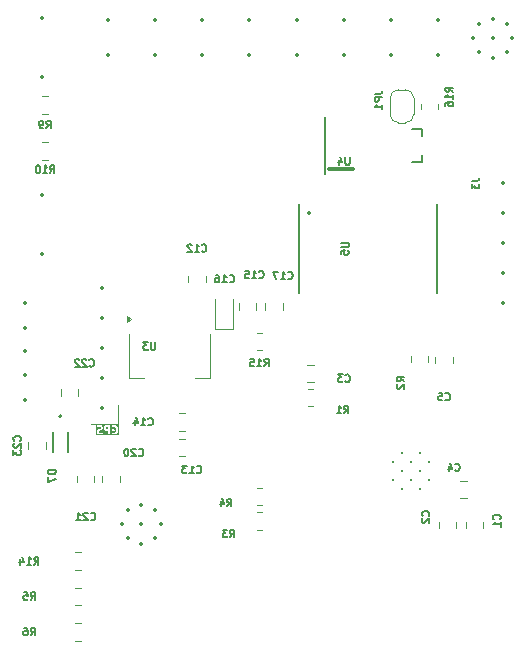
<source format=gbo>
%TF.GenerationSoftware,KiCad,Pcbnew,8.0.4*%
%TF.CreationDate,2024-09-21T14:55:01-03:00*%
%TF.ProjectId,DongleALIVEv2.0,446f6e67-6c65-4414-9c49-564576322e30,2.0*%
%TF.SameCoordinates,Original*%
%TF.FileFunction,Legend,Bot*%
%TF.FilePolarity,Positive*%
%FSLAX46Y46*%
G04 Gerber Fmt 4.6, Leading zero omitted, Abs format (unit mm)*
G04 Created by KiCad (PCBNEW 8.0.4) date 2024-09-21 14:55:01*
%MOMM*%
%LPD*%
G01*
G04 APERTURE LIST*
%ADD10C,0.150000*%
%ADD11C,0.100000*%
%ADD12C,0.120000*%
%ADD13C,0.127000*%
%ADD14C,0.200000*%
%ADD15C,0.203200*%
%ADD16C,0.304800*%
%ADD17C,0.350000*%
%ADD18C,0.300000*%
G04 APERTURE END LIST*
D10*
G36*
X165227381Y-106114114D02*
G01*
X165076276Y-106114114D01*
X165042046Y-106096999D01*
X165028781Y-106083734D01*
X165011666Y-106049504D01*
X165011666Y-105993485D01*
X165028780Y-105959255D01*
X165042045Y-105945991D01*
X165076276Y-105928876D01*
X165227381Y-105928876D01*
X165227381Y-106114114D01*
G37*
G36*
X166122857Y-106643876D02*
G01*
X164177142Y-106643876D01*
X164177142Y-106311019D01*
X164252142Y-106311019D01*
X164252142Y-106371971D01*
X164253583Y-106386603D01*
X164254613Y-106389091D01*
X164254805Y-106391781D01*
X164260060Y-106405513D01*
X164290537Y-106466465D01*
X164294500Y-106472761D01*
X164295258Y-106474590D01*
X164296948Y-106476649D01*
X164298370Y-106478908D01*
X164299867Y-106480206D01*
X164304585Y-106485955D01*
X164335061Y-106516432D01*
X164340812Y-106521152D01*
X164342111Y-106522650D01*
X164344366Y-106524069D01*
X164346426Y-106525760D01*
X164348256Y-106526518D01*
X164354554Y-106530482D01*
X164415506Y-106560958D01*
X164429237Y-106566213D01*
X164431926Y-106566404D01*
X164434415Y-106567435D01*
X164449047Y-106568876D01*
X164601428Y-106568876D01*
X164608833Y-106568146D01*
X164610808Y-106568287D01*
X164613405Y-106567696D01*
X164616060Y-106567435D01*
X164617891Y-106566676D01*
X164625145Y-106565027D01*
X164716574Y-106534551D01*
X164730000Y-106528557D01*
X164752107Y-106509383D01*
X164765194Y-106483210D01*
X164767269Y-106454020D01*
X164758015Y-106426258D01*
X164738841Y-106404150D01*
X164712667Y-106391063D01*
X164683477Y-106388989D01*
X164669141Y-106392249D01*
X164589258Y-106418876D01*
X164466752Y-106418876D01*
X164432522Y-106401761D01*
X164419258Y-106388497D01*
X164402142Y-106354264D01*
X164402142Y-106328724D01*
X164419257Y-106294493D01*
X164432522Y-106281229D01*
X164475222Y-106259878D01*
X164589142Y-106231399D01*
X164590221Y-106231013D01*
X164590762Y-106230975D01*
X164596857Y-106228642D01*
X164602988Y-106226452D01*
X164603422Y-106226130D01*
X164604494Y-106225720D01*
X164665446Y-106195243D01*
X164671742Y-106191279D01*
X164673571Y-106190522D01*
X164675630Y-106188831D01*
X164677889Y-106187410D01*
X164679187Y-106185912D01*
X164684936Y-106181195D01*
X164715413Y-106150719D01*
X164720133Y-106144967D01*
X164721631Y-106143669D01*
X164723050Y-106141413D01*
X164724741Y-106139354D01*
X164725499Y-106137523D01*
X164729463Y-106131226D01*
X164759939Y-106070274D01*
X164765194Y-106056543D01*
X164765385Y-106053853D01*
X164766416Y-106051365D01*
X164767857Y-106036733D01*
X164767857Y-105975780D01*
X164861666Y-105975780D01*
X164861666Y-106067209D01*
X164863107Y-106081841D01*
X164864138Y-106084330D01*
X164864329Y-106087018D01*
X164869584Y-106100750D01*
X164900060Y-106161702D01*
X164904024Y-106167999D01*
X164904782Y-106169829D01*
X164906472Y-106171888D01*
X164907892Y-106174144D01*
X164909388Y-106175441D01*
X164914109Y-106181194D01*
X164944586Y-106211671D01*
X164950335Y-106216389D01*
X164951635Y-106217888D01*
X164953894Y-106219309D01*
X164955951Y-106220998D01*
X164957778Y-106221755D01*
X164964078Y-106225720D01*
X165025030Y-106256196D01*
X165038761Y-106261451D01*
X165041450Y-106261642D01*
X165043939Y-106262673D01*
X165058571Y-106264114D01*
X165227381Y-106264114D01*
X165227381Y-106493876D01*
X165228822Y-106508508D01*
X165240021Y-106535544D01*
X165260713Y-106556236D01*
X165287749Y-106567435D01*
X165317013Y-106567435D01*
X165344049Y-106556236D01*
X165364741Y-106535544D01*
X165375940Y-106508508D01*
X165377381Y-106493876D01*
X165377381Y-106219590D01*
X165501666Y-106219590D01*
X165501666Y-106432923D01*
X165503107Y-106447555D01*
X165508965Y-106461696D01*
X165514305Y-106474590D01*
X165523632Y-106485955D01*
X165554108Y-106516432D01*
X165565473Y-106525760D01*
X165567964Y-106526792D01*
X165570000Y-106528557D01*
X165583425Y-106534551D01*
X165674855Y-106565027D01*
X165682106Y-106566676D01*
X165683939Y-106567435D01*
X165686594Y-106567696D01*
X165689191Y-106568287D01*
X165691165Y-106568146D01*
X165698571Y-106568876D01*
X165759523Y-106568876D01*
X165766928Y-106568146D01*
X165768903Y-106568287D01*
X165771500Y-106567696D01*
X165774155Y-106567435D01*
X165775986Y-106566676D01*
X165783240Y-106565027D01*
X165874669Y-106534551D01*
X165888095Y-106528557D01*
X165890131Y-106526790D01*
X165892620Y-106525760D01*
X165903985Y-106516433D01*
X165964938Y-106455479D01*
X165969655Y-106449730D01*
X165971153Y-106448432D01*
X165972574Y-106446173D01*
X165974265Y-106444114D01*
X165975022Y-106442285D01*
X165978986Y-106435989D01*
X166009463Y-106375037D01*
X166009873Y-106373965D01*
X166010195Y-106373531D01*
X166012385Y-106367400D01*
X166014718Y-106361305D01*
X166014756Y-106360764D01*
X166015142Y-106359685D01*
X166045618Y-106237780D01*
X166045993Y-106235242D01*
X166046416Y-106234222D01*
X166046957Y-106228719D01*
X166047769Y-106223235D01*
X166047605Y-106222139D01*
X166047857Y-106219590D01*
X166047857Y-106128161D01*
X166047605Y-106125611D01*
X166047769Y-106124516D01*
X166046957Y-106119031D01*
X166046416Y-106113529D01*
X166045993Y-106112508D01*
X166045618Y-106109971D01*
X166015142Y-105988067D01*
X166014756Y-105986987D01*
X166014718Y-105986447D01*
X166012387Y-105980357D01*
X166010195Y-105974221D01*
X166009872Y-105973785D01*
X166009463Y-105972716D01*
X165978986Y-105911763D01*
X165975022Y-105905466D01*
X165974264Y-105903636D01*
X165972572Y-105901574D01*
X165971153Y-105899320D01*
X165969657Y-105898023D01*
X165964937Y-105892271D01*
X165903985Y-105831319D01*
X165892620Y-105821992D01*
X165890131Y-105820961D01*
X165888095Y-105819195D01*
X165874669Y-105813201D01*
X165783240Y-105782725D01*
X165775986Y-105781075D01*
X165774155Y-105780317D01*
X165771500Y-105780055D01*
X165768903Y-105779465D01*
X165766928Y-105779605D01*
X165759523Y-105778876D01*
X165668095Y-105778876D01*
X165653463Y-105780317D01*
X165650973Y-105781348D01*
X165648286Y-105781539D01*
X165634554Y-105786794D01*
X165573601Y-105817270D01*
X165561159Y-105825102D01*
X165541985Y-105847210D01*
X165532731Y-105874971D01*
X165534805Y-105904161D01*
X165547892Y-105930335D01*
X165570000Y-105949509D01*
X165597761Y-105958763D01*
X165626951Y-105956689D01*
X165640683Y-105951434D01*
X165685799Y-105928876D01*
X165747353Y-105928876D01*
X165810437Y-105949903D01*
X165850265Y-105989731D01*
X165871617Y-106032435D01*
X165897857Y-106137395D01*
X165897857Y-106210356D01*
X165871617Y-106315316D01*
X165850264Y-106358020D01*
X165810437Y-106397848D01*
X165747353Y-106418876D01*
X165710741Y-106418876D01*
X165651666Y-106399184D01*
X165651666Y-106294590D01*
X165698571Y-106294590D01*
X165713203Y-106293149D01*
X165740239Y-106281950D01*
X165760931Y-106261258D01*
X165772130Y-106234222D01*
X165772130Y-106204958D01*
X165760931Y-106177922D01*
X165740239Y-106157230D01*
X165713203Y-106146031D01*
X165698571Y-106144590D01*
X165576666Y-106144590D01*
X165562034Y-106146031D01*
X165534998Y-106157230D01*
X165514306Y-106177922D01*
X165503107Y-106204958D01*
X165501666Y-106219590D01*
X165377381Y-106219590D01*
X165377381Y-105853876D01*
X165375940Y-105839244D01*
X165364741Y-105812208D01*
X165344049Y-105791516D01*
X165317013Y-105780317D01*
X165302381Y-105778876D01*
X165058571Y-105778876D01*
X165043939Y-105780317D01*
X165041450Y-105781347D01*
X165038761Y-105781539D01*
X165025030Y-105786794D01*
X164964078Y-105817270D01*
X164957781Y-105821233D01*
X164955952Y-105821991D01*
X164953893Y-105823680D01*
X164951635Y-105825102D01*
X164950335Y-105826600D01*
X164944587Y-105831318D01*
X164914110Y-105861794D01*
X164909386Y-105867548D01*
X164907892Y-105868845D01*
X164906474Y-105871097D01*
X164904782Y-105873159D01*
X164904023Y-105874991D01*
X164900060Y-105881287D01*
X164869584Y-105942239D01*
X164864329Y-105955971D01*
X164864138Y-105958658D01*
X164863107Y-105961148D01*
X164861666Y-105975780D01*
X164767857Y-105975780D01*
X164766416Y-105961148D01*
X164765385Y-105958659D01*
X164765194Y-105955970D01*
X164759939Y-105942239D01*
X164729463Y-105881287D01*
X164725499Y-105874989D01*
X164724741Y-105873159D01*
X164723050Y-105871099D01*
X164721631Y-105868844D01*
X164720133Y-105867545D01*
X164715413Y-105861794D01*
X164684936Y-105831318D01*
X164679183Y-105826597D01*
X164677887Y-105825102D01*
X164675632Y-105823682D01*
X164673571Y-105821991D01*
X164671740Y-105821232D01*
X164665445Y-105817270D01*
X164604493Y-105786794D01*
X164590761Y-105781539D01*
X164588073Y-105781348D01*
X164585584Y-105780317D01*
X164570952Y-105778876D01*
X164418571Y-105778876D01*
X164411165Y-105779605D01*
X164409191Y-105779465D01*
X164406594Y-105780055D01*
X164403939Y-105780317D01*
X164402106Y-105781075D01*
X164394855Y-105782725D01*
X164303425Y-105813201D01*
X164290000Y-105819195D01*
X164267892Y-105838368D01*
X164254806Y-105864542D01*
X164252731Y-105893732D01*
X164261985Y-105921494D01*
X164281158Y-105943602D01*
X164307332Y-105956688D01*
X164336522Y-105958763D01*
X164350859Y-105955503D01*
X164430741Y-105928876D01*
X164553247Y-105928876D01*
X164587477Y-105945991D01*
X164600742Y-105959255D01*
X164617857Y-105993485D01*
X164617857Y-106019028D01*
X164600742Y-106053257D01*
X164587478Y-106066521D01*
X164544773Y-106087874D01*
X164430857Y-106116353D01*
X164429777Y-106116738D01*
X164429237Y-106116777D01*
X164423147Y-106119107D01*
X164417011Y-106121300D01*
X164416575Y-106121622D01*
X164415506Y-106122032D01*
X164354554Y-106152508D01*
X164348257Y-106156471D01*
X164346428Y-106157229D01*
X164344369Y-106158918D01*
X164342111Y-106160340D01*
X164340811Y-106161838D01*
X164335062Y-106166557D01*
X164304586Y-106197033D01*
X164299865Y-106202785D01*
X164298370Y-106204082D01*
X164296950Y-106206337D01*
X164295259Y-106208398D01*
X164294501Y-106210226D01*
X164290537Y-106216524D01*
X164260060Y-106277478D01*
X164254805Y-106291209D01*
X164254613Y-106293898D01*
X164253583Y-106296387D01*
X164252142Y-106311019D01*
X164177142Y-106311019D01*
X164177142Y-105703876D01*
X166122857Y-105703876D01*
X166122857Y-106643876D01*
G37*
D11*
X166080000Y-105690000D02*
X166080000Y-104110000D01*
X163790000Y-105690000D02*
X166040000Y-105690000D01*
D10*
X195998276Y-85086667D02*
X196455419Y-85086667D01*
X196455419Y-85086667D02*
X196546847Y-85056190D01*
X196546847Y-85056190D02*
X196607800Y-84995238D01*
X196607800Y-84995238D02*
X196638276Y-84903809D01*
X196638276Y-84903809D02*
X196638276Y-84842857D01*
X195998276Y-85330476D02*
X195998276Y-85726667D01*
X195998276Y-85726667D02*
X196242085Y-85513333D01*
X196242085Y-85513333D02*
X196242085Y-85604762D01*
X196242085Y-85604762D02*
X196272561Y-85665714D01*
X196272561Y-85665714D02*
X196303038Y-85696190D01*
X196303038Y-85696190D02*
X196363990Y-85726667D01*
X196363990Y-85726667D02*
X196516371Y-85726667D01*
X196516371Y-85726667D02*
X196577323Y-85696190D01*
X196577323Y-85696190D02*
X196607800Y-85665714D01*
X196607800Y-85665714D02*
X196638276Y-85604762D01*
X196638276Y-85604762D02*
X196638276Y-85421905D01*
X196638276Y-85421905D02*
X196607800Y-85360952D01*
X196607800Y-85360952D02*
X196577323Y-85330476D01*
X173141428Y-91047323D02*
X173171904Y-91077800D01*
X173171904Y-91077800D02*
X173263333Y-91108276D01*
X173263333Y-91108276D02*
X173324285Y-91108276D01*
X173324285Y-91108276D02*
X173415714Y-91077800D01*
X173415714Y-91077800D02*
X173476666Y-91016847D01*
X173476666Y-91016847D02*
X173507143Y-90955895D01*
X173507143Y-90955895D02*
X173537619Y-90833990D01*
X173537619Y-90833990D02*
X173537619Y-90742561D01*
X173537619Y-90742561D02*
X173507143Y-90620657D01*
X173507143Y-90620657D02*
X173476666Y-90559704D01*
X173476666Y-90559704D02*
X173415714Y-90498752D01*
X173415714Y-90498752D02*
X173324285Y-90468276D01*
X173324285Y-90468276D02*
X173263333Y-90468276D01*
X173263333Y-90468276D02*
X173171904Y-90498752D01*
X173171904Y-90498752D02*
X173141428Y-90529228D01*
X172531904Y-91108276D02*
X172897619Y-91108276D01*
X172714762Y-91108276D02*
X172714762Y-90468276D01*
X172714762Y-90468276D02*
X172775714Y-90559704D01*
X172775714Y-90559704D02*
X172836666Y-90620657D01*
X172836666Y-90620657D02*
X172897619Y-90651133D01*
X172288095Y-90529228D02*
X172257619Y-90498752D01*
X172257619Y-90498752D02*
X172196666Y-90468276D01*
X172196666Y-90468276D02*
X172044285Y-90468276D01*
X172044285Y-90468276D02*
X171983333Y-90498752D01*
X171983333Y-90498752D02*
X171952857Y-90529228D01*
X171952857Y-90529228D02*
X171922380Y-90590180D01*
X171922380Y-90590180D02*
X171922380Y-90651133D01*
X171922380Y-90651133D02*
X171952857Y-90742561D01*
X171952857Y-90742561D02*
X172318571Y-91108276D01*
X172318571Y-91108276D02*
X171922380Y-91108276D01*
X160291428Y-84438276D02*
X160504762Y-84133514D01*
X160657143Y-84438276D02*
X160657143Y-83798276D01*
X160657143Y-83798276D02*
X160413333Y-83798276D01*
X160413333Y-83798276D02*
X160352381Y-83828752D01*
X160352381Y-83828752D02*
X160321904Y-83859228D01*
X160321904Y-83859228D02*
X160291428Y-83920180D01*
X160291428Y-83920180D02*
X160291428Y-84011609D01*
X160291428Y-84011609D02*
X160321904Y-84072561D01*
X160321904Y-84072561D02*
X160352381Y-84103038D01*
X160352381Y-84103038D02*
X160413333Y-84133514D01*
X160413333Y-84133514D02*
X160657143Y-84133514D01*
X159681904Y-84438276D02*
X160047619Y-84438276D01*
X159864762Y-84438276D02*
X159864762Y-83798276D01*
X159864762Y-83798276D02*
X159925714Y-83889704D01*
X159925714Y-83889704D02*
X159986666Y-83950657D01*
X159986666Y-83950657D02*
X160047619Y-83981133D01*
X159285714Y-83798276D02*
X159224761Y-83798276D01*
X159224761Y-83798276D02*
X159163809Y-83828752D01*
X159163809Y-83828752D02*
X159133333Y-83859228D01*
X159133333Y-83859228D02*
X159102857Y-83920180D01*
X159102857Y-83920180D02*
X159072380Y-84042085D01*
X159072380Y-84042085D02*
X159072380Y-84194466D01*
X159072380Y-84194466D02*
X159102857Y-84316371D01*
X159102857Y-84316371D02*
X159133333Y-84377323D01*
X159133333Y-84377323D02*
X159163809Y-84407800D01*
X159163809Y-84407800D02*
X159224761Y-84438276D01*
X159224761Y-84438276D02*
X159285714Y-84438276D01*
X159285714Y-84438276D02*
X159346666Y-84407800D01*
X159346666Y-84407800D02*
X159377142Y-84377323D01*
X159377142Y-84377323D02*
X159407619Y-84316371D01*
X159407619Y-84316371D02*
X159438095Y-84194466D01*
X159438095Y-84194466D02*
X159438095Y-84042085D01*
X159438095Y-84042085D02*
X159407619Y-83920180D01*
X159407619Y-83920180D02*
X159377142Y-83859228D01*
X159377142Y-83859228D02*
X159346666Y-83828752D01*
X159346666Y-83828752D02*
X159285714Y-83798276D01*
X167791428Y-108347323D02*
X167821904Y-108377800D01*
X167821904Y-108377800D02*
X167913333Y-108408276D01*
X167913333Y-108408276D02*
X167974285Y-108408276D01*
X167974285Y-108408276D02*
X168065714Y-108377800D01*
X168065714Y-108377800D02*
X168126666Y-108316847D01*
X168126666Y-108316847D02*
X168157143Y-108255895D01*
X168157143Y-108255895D02*
X168187619Y-108133990D01*
X168187619Y-108133990D02*
X168187619Y-108042561D01*
X168187619Y-108042561D02*
X168157143Y-107920657D01*
X168157143Y-107920657D02*
X168126666Y-107859704D01*
X168126666Y-107859704D02*
X168065714Y-107798752D01*
X168065714Y-107798752D02*
X167974285Y-107768276D01*
X167974285Y-107768276D02*
X167913333Y-107768276D01*
X167913333Y-107768276D02*
X167821904Y-107798752D01*
X167821904Y-107798752D02*
X167791428Y-107829228D01*
X167547619Y-107829228D02*
X167517143Y-107798752D01*
X167517143Y-107798752D02*
X167456190Y-107768276D01*
X167456190Y-107768276D02*
X167303809Y-107768276D01*
X167303809Y-107768276D02*
X167242857Y-107798752D01*
X167242857Y-107798752D02*
X167212381Y-107829228D01*
X167212381Y-107829228D02*
X167181904Y-107890180D01*
X167181904Y-107890180D02*
X167181904Y-107951133D01*
X167181904Y-107951133D02*
X167212381Y-108042561D01*
X167212381Y-108042561D02*
X167578095Y-108408276D01*
X167578095Y-108408276D02*
X167181904Y-108408276D01*
X166785714Y-107768276D02*
X166724761Y-107768276D01*
X166724761Y-107768276D02*
X166663809Y-107798752D01*
X166663809Y-107798752D02*
X166633333Y-107829228D01*
X166633333Y-107829228D02*
X166602857Y-107890180D01*
X166602857Y-107890180D02*
X166572380Y-108012085D01*
X166572380Y-108012085D02*
X166572380Y-108164466D01*
X166572380Y-108164466D02*
X166602857Y-108286371D01*
X166602857Y-108286371D02*
X166633333Y-108347323D01*
X166633333Y-108347323D02*
X166663809Y-108377800D01*
X166663809Y-108377800D02*
X166724761Y-108408276D01*
X166724761Y-108408276D02*
X166785714Y-108408276D01*
X166785714Y-108408276D02*
X166846666Y-108377800D01*
X166846666Y-108377800D02*
X166877142Y-108347323D01*
X166877142Y-108347323D02*
X166907619Y-108286371D01*
X166907619Y-108286371D02*
X166938095Y-108164466D01*
X166938095Y-108164466D02*
X166938095Y-108012085D01*
X166938095Y-108012085D02*
X166907619Y-107890180D01*
X166907619Y-107890180D02*
X166877142Y-107829228D01*
X166877142Y-107829228D02*
X166846666Y-107798752D01*
X166846666Y-107798752D02*
X166785714Y-107768276D01*
X185296666Y-102077323D02*
X185327142Y-102107800D01*
X185327142Y-102107800D02*
X185418571Y-102138276D01*
X185418571Y-102138276D02*
X185479523Y-102138276D01*
X185479523Y-102138276D02*
X185570952Y-102107800D01*
X185570952Y-102107800D02*
X185631904Y-102046847D01*
X185631904Y-102046847D02*
X185662381Y-101985895D01*
X185662381Y-101985895D02*
X185692857Y-101863990D01*
X185692857Y-101863990D02*
X185692857Y-101772561D01*
X185692857Y-101772561D02*
X185662381Y-101650657D01*
X185662381Y-101650657D02*
X185631904Y-101589704D01*
X185631904Y-101589704D02*
X185570952Y-101528752D01*
X185570952Y-101528752D02*
X185479523Y-101498276D01*
X185479523Y-101498276D02*
X185418571Y-101498276D01*
X185418571Y-101498276D02*
X185327142Y-101528752D01*
X185327142Y-101528752D02*
X185296666Y-101559228D01*
X185083333Y-101498276D02*
X184687142Y-101498276D01*
X184687142Y-101498276D02*
X184900476Y-101742085D01*
X184900476Y-101742085D02*
X184809047Y-101742085D01*
X184809047Y-101742085D02*
X184748095Y-101772561D01*
X184748095Y-101772561D02*
X184717619Y-101803038D01*
X184717619Y-101803038D02*
X184687142Y-101863990D01*
X184687142Y-101863990D02*
X184687142Y-102016371D01*
X184687142Y-102016371D02*
X184717619Y-102077323D01*
X184717619Y-102077323D02*
X184748095Y-102107800D01*
X184748095Y-102107800D02*
X184809047Y-102138276D01*
X184809047Y-102138276D02*
X184991904Y-102138276D01*
X184991904Y-102138276D02*
X185052857Y-102107800D01*
X185052857Y-102107800D02*
X185083333Y-102077323D01*
X159986666Y-80658276D02*
X160200000Y-80353514D01*
X160352381Y-80658276D02*
X160352381Y-80018276D01*
X160352381Y-80018276D02*
X160108571Y-80018276D01*
X160108571Y-80018276D02*
X160047619Y-80048752D01*
X160047619Y-80048752D02*
X160017142Y-80079228D01*
X160017142Y-80079228D02*
X159986666Y-80140180D01*
X159986666Y-80140180D02*
X159986666Y-80231609D01*
X159986666Y-80231609D02*
X160017142Y-80292561D01*
X160017142Y-80292561D02*
X160047619Y-80323038D01*
X160047619Y-80323038D02*
X160108571Y-80353514D01*
X160108571Y-80353514D02*
X160352381Y-80353514D01*
X159681904Y-80658276D02*
X159560000Y-80658276D01*
X159560000Y-80658276D02*
X159499047Y-80627800D01*
X159499047Y-80627800D02*
X159468571Y-80597323D01*
X159468571Y-80597323D02*
X159407619Y-80505895D01*
X159407619Y-80505895D02*
X159377142Y-80383990D01*
X159377142Y-80383990D02*
X159377142Y-80140180D01*
X159377142Y-80140180D02*
X159407619Y-80079228D01*
X159407619Y-80079228D02*
X159438095Y-80048752D01*
X159438095Y-80048752D02*
X159499047Y-80018276D01*
X159499047Y-80018276D02*
X159620952Y-80018276D01*
X159620952Y-80018276D02*
X159681904Y-80048752D01*
X159681904Y-80048752D02*
X159712381Y-80079228D01*
X159712381Y-80079228D02*
X159742857Y-80140180D01*
X159742857Y-80140180D02*
X159742857Y-80292561D01*
X159742857Y-80292561D02*
X159712381Y-80353514D01*
X159712381Y-80353514D02*
X159681904Y-80383990D01*
X159681904Y-80383990D02*
X159620952Y-80414466D01*
X159620952Y-80414466D02*
X159499047Y-80414466D01*
X159499047Y-80414466D02*
X159438095Y-80383990D01*
X159438095Y-80383990D02*
X159407619Y-80353514D01*
X159407619Y-80353514D02*
X159377142Y-80292561D01*
X177991428Y-93307323D02*
X178021904Y-93337800D01*
X178021904Y-93337800D02*
X178113333Y-93368276D01*
X178113333Y-93368276D02*
X178174285Y-93368276D01*
X178174285Y-93368276D02*
X178265714Y-93337800D01*
X178265714Y-93337800D02*
X178326666Y-93276847D01*
X178326666Y-93276847D02*
X178357143Y-93215895D01*
X178357143Y-93215895D02*
X178387619Y-93093990D01*
X178387619Y-93093990D02*
X178387619Y-93002561D01*
X178387619Y-93002561D02*
X178357143Y-92880657D01*
X178357143Y-92880657D02*
X178326666Y-92819704D01*
X178326666Y-92819704D02*
X178265714Y-92758752D01*
X178265714Y-92758752D02*
X178174285Y-92728276D01*
X178174285Y-92728276D02*
X178113333Y-92728276D01*
X178113333Y-92728276D02*
X178021904Y-92758752D01*
X178021904Y-92758752D02*
X177991428Y-92789228D01*
X177381904Y-93368276D02*
X177747619Y-93368276D01*
X177564762Y-93368276D02*
X177564762Y-92728276D01*
X177564762Y-92728276D02*
X177625714Y-92819704D01*
X177625714Y-92819704D02*
X177686666Y-92880657D01*
X177686666Y-92880657D02*
X177747619Y-92911133D01*
X176802857Y-92728276D02*
X177107619Y-92728276D01*
X177107619Y-92728276D02*
X177138095Y-93033038D01*
X177138095Y-93033038D02*
X177107619Y-93002561D01*
X177107619Y-93002561D02*
X177046666Y-92972085D01*
X177046666Y-92972085D02*
X176894285Y-92972085D01*
X176894285Y-92972085D02*
X176833333Y-93002561D01*
X176833333Y-93002561D02*
X176802857Y-93033038D01*
X176802857Y-93033038D02*
X176772380Y-93093990D01*
X176772380Y-93093990D02*
X176772380Y-93246371D01*
X176772380Y-93246371D02*
X176802857Y-93307323D01*
X176802857Y-93307323D02*
X176833333Y-93337800D01*
X176833333Y-93337800D02*
X176894285Y-93368276D01*
X176894285Y-93368276D02*
X177046666Y-93368276D01*
X177046666Y-93368276D02*
X177107619Y-93337800D01*
X177107619Y-93337800D02*
X177138095Y-93307323D01*
X168611428Y-105747323D02*
X168641904Y-105777800D01*
X168641904Y-105777800D02*
X168733333Y-105808276D01*
X168733333Y-105808276D02*
X168794285Y-105808276D01*
X168794285Y-105808276D02*
X168885714Y-105777800D01*
X168885714Y-105777800D02*
X168946666Y-105716847D01*
X168946666Y-105716847D02*
X168977143Y-105655895D01*
X168977143Y-105655895D02*
X169007619Y-105533990D01*
X169007619Y-105533990D02*
X169007619Y-105442561D01*
X169007619Y-105442561D02*
X168977143Y-105320657D01*
X168977143Y-105320657D02*
X168946666Y-105259704D01*
X168946666Y-105259704D02*
X168885714Y-105198752D01*
X168885714Y-105198752D02*
X168794285Y-105168276D01*
X168794285Y-105168276D02*
X168733333Y-105168276D01*
X168733333Y-105168276D02*
X168641904Y-105198752D01*
X168641904Y-105198752D02*
X168611428Y-105229228D01*
X168001904Y-105808276D02*
X168367619Y-105808276D01*
X168184762Y-105808276D02*
X168184762Y-105168276D01*
X168184762Y-105168276D02*
X168245714Y-105259704D01*
X168245714Y-105259704D02*
X168306666Y-105320657D01*
X168306666Y-105320657D02*
X168367619Y-105351133D01*
X167453333Y-105381609D02*
X167453333Y-105808276D01*
X167605714Y-105137800D02*
X167758095Y-105594942D01*
X167758095Y-105594942D02*
X167361904Y-105594942D01*
X157777323Y-107098571D02*
X157807800Y-107068095D01*
X157807800Y-107068095D02*
X157838276Y-106976666D01*
X157838276Y-106976666D02*
X157838276Y-106915714D01*
X157838276Y-106915714D02*
X157807800Y-106824285D01*
X157807800Y-106824285D02*
X157746847Y-106763333D01*
X157746847Y-106763333D02*
X157685895Y-106732856D01*
X157685895Y-106732856D02*
X157563990Y-106702380D01*
X157563990Y-106702380D02*
X157472561Y-106702380D01*
X157472561Y-106702380D02*
X157350657Y-106732856D01*
X157350657Y-106732856D02*
X157289704Y-106763333D01*
X157289704Y-106763333D02*
X157228752Y-106824285D01*
X157228752Y-106824285D02*
X157198276Y-106915714D01*
X157198276Y-106915714D02*
X157198276Y-106976666D01*
X157198276Y-106976666D02*
X157228752Y-107068095D01*
X157228752Y-107068095D02*
X157259228Y-107098571D01*
X157259228Y-107342380D02*
X157228752Y-107372856D01*
X157228752Y-107372856D02*
X157198276Y-107433809D01*
X157198276Y-107433809D02*
X157198276Y-107586190D01*
X157198276Y-107586190D02*
X157228752Y-107647142D01*
X157228752Y-107647142D02*
X157259228Y-107677618D01*
X157259228Y-107677618D02*
X157320180Y-107708095D01*
X157320180Y-107708095D02*
X157381133Y-107708095D01*
X157381133Y-107708095D02*
X157472561Y-107677618D01*
X157472561Y-107677618D02*
X157838276Y-107311904D01*
X157838276Y-107311904D02*
X157838276Y-107708095D01*
X157198276Y-107921428D02*
X157198276Y-108317619D01*
X157198276Y-108317619D02*
X157442085Y-108104285D01*
X157442085Y-108104285D02*
X157442085Y-108195714D01*
X157442085Y-108195714D02*
X157472561Y-108256666D01*
X157472561Y-108256666D02*
X157503038Y-108287142D01*
X157503038Y-108287142D02*
X157563990Y-108317619D01*
X157563990Y-108317619D02*
X157716371Y-108317619D01*
X157716371Y-108317619D02*
X157777323Y-108287142D01*
X157777323Y-108287142D02*
X157807800Y-108256666D01*
X157807800Y-108256666D02*
X157838276Y-108195714D01*
X157838276Y-108195714D02*
X157838276Y-108012857D01*
X157838276Y-108012857D02*
X157807800Y-107951904D01*
X157807800Y-107951904D02*
X157777323Y-107921428D01*
X187778276Y-77736667D02*
X188235419Y-77736667D01*
X188235419Y-77736667D02*
X188326847Y-77706190D01*
X188326847Y-77706190D02*
X188387800Y-77645238D01*
X188387800Y-77645238D02*
X188418276Y-77553809D01*
X188418276Y-77553809D02*
X188418276Y-77492857D01*
X188418276Y-78041428D02*
X187778276Y-78041428D01*
X187778276Y-78041428D02*
X187778276Y-78285238D01*
X187778276Y-78285238D02*
X187808752Y-78346190D01*
X187808752Y-78346190D02*
X187839228Y-78376667D01*
X187839228Y-78376667D02*
X187900180Y-78407143D01*
X187900180Y-78407143D02*
X187991609Y-78407143D01*
X187991609Y-78407143D02*
X188052561Y-78376667D01*
X188052561Y-78376667D02*
X188083038Y-78346190D01*
X188083038Y-78346190D02*
X188113514Y-78285238D01*
X188113514Y-78285238D02*
X188113514Y-78041428D01*
X188418276Y-79016667D02*
X188418276Y-78650952D01*
X188418276Y-78833809D02*
X187778276Y-78833809D01*
X187778276Y-78833809D02*
X187869704Y-78772857D01*
X187869704Y-78772857D02*
X187930657Y-78711905D01*
X187930657Y-78711905D02*
X187961133Y-78650952D01*
X158951428Y-117588276D02*
X159164762Y-117283514D01*
X159317143Y-117588276D02*
X159317143Y-116948276D01*
X159317143Y-116948276D02*
X159073333Y-116948276D01*
X159073333Y-116948276D02*
X159012381Y-116978752D01*
X159012381Y-116978752D02*
X158981904Y-117009228D01*
X158981904Y-117009228D02*
X158951428Y-117070180D01*
X158951428Y-117070180D02*
X158951428Y-117161609D01*
X158951428Y-117161609D02*
X158981904Y-117222561D01*
X158981904Y-117222561D02*
X159012381Y-117253038D01*
X159012381Y-117253038D02*
X159073333Y-117283514D01*
X159073333Y-117283514D02*
X159317143Y-117283514D01*
X158341904Y-117588276D02*
X158707619Y-117588276D01*
X158524762Y-117588276D02*
X158524762Y-116948276D01*
X158524762Y-116948276D02*
X158585714Y-117039704D01*
X158585714Y-117039704D02*
X158646666Y-117100657D01*
X158646666Y-117100657D02*
X158707619Y-117131133D01*
X157793333Y-117161609D02*
X157793333Y-117588276D01*
X157945714Y-116917800D02*
X158098095Y-117374942D01*
X158098095Y-117374942D02*
X157701904Y-117374942D01*
X192357323Y-113443333D02*
X192387800Y-113412857D01*
X192387800Y-113412857D02*
X192418276Y-113321428D01*
X192418276Y-113321428D02*
X192418276Y-113260476D01*
X192418276Y-113260476D02*
X192387800Y-113169047D01*
X192387800Y-113169047D02*
X192326847Y-113108095D01*
X192326847Y-113108095D02*
X192265895Y-113077618D01*
X192265895Y-113077618D02*
X192143990Y-113047142D01*
X192143990Y-113047142D02*
X192052561Y-113047142D01*
X192052561Y-113047142D02*
X191930657Y-113077618D01*
X191930657Y-113077618D02*
X191869704Y-113108095D01*
X191869704Y-113108095D02*
X191808752Y-113169047D01*
X191808752Y-113169047D02*
X191778276Y-113260476D01*
X191778276Y-113260476D02*
X191778276Y-113321428D01*
X191778276Y-113321428D02*
X191808752Y-113412857D01*
X191808752Y-113412857D02*
X191839228Y-113443333D01*
X191839228Y-113687142D02*
X191808752Y-113717618D01*
X191808752Y-113717618D02*
X191778276Y-113778571D01*
X191778276Y-113778571D02*
X191778276Y-113930952D01*
X191778276Y-113930952D02*
X191808752Y-113991904D01*
X191808752Y-113991904D02*
X191839228Y-114022380D01*
X191839228Y-114022380D02*
X191900180Y-114052857D01*
X191900180Y-114052857D02*
X191961133Y-114052857D01*
X191961133Y-114052857D02*
X192052561Y-114022380D01*
X192052561Y-114022380D02*
X192418276Y-113656666D01*
X192418276Y-113656666D02*
X192418276Y-114052857D01*
X160768276Y-109587618D02*
X160128276Y-109587618D01*
X160128276Y-109587618D02*
X160128276Y-109739999D01*
X160128276Y-109739999D02*
X160158752Y-109831428D01*
X160158752Y-109831428D02*
X160219704Y-109892380D01*
X160219704Y-109892380D02*
X160280657Y-109922857D01*
X160280657Y-109922857D02*
X160402561Y-109953333D01*
X160402561Y-109953333D02*
X160493990Y-109953333D01*
X160493990Y-109953333D02*
X160615895Y-109922857D01*
X160615895Y-109922857D02*
X160676847Y-109892380D01*
X160676847Y-109892380D02*
X160737800Y-109831428D01*
X160737800Y-109831428D02*
X160768276Y-109739999D01*
X160768276Y-109739999D02*
X160768276Y-109587618D01*
X160128276Y-110166666D02*
X160128276Y-110593333D01*
X160128276Y-110593333D02*
X160768276Y-110319047D01*
X194596666Y-109617323D02*
X194627142Y-109647800D01*
X194627142Y-109647800D02*
X194718571Y-109678276D01*
X194718571Y-109678276D02*
X194779523Y-109678276D01*
X194779523Y-109678276D02*
X194870952Y-109647800D01*
X194870952Y-109647800D02*
X194931904Y-109586847D01*
X194931904Y-109586847D02*
X194962381Y-109525895D01*
X194962381Y-109525895D02*
X194992857Y-109403990D01*
X194992857Y-109403990D02*
X194992857Y-109312561D01*
X194992857Y-109312561D02*
X194962381Y-109190657D01*
X194962381Y-109190657D02*
X194931904Y-109129704D01*
X194931904Y-109129704D02*
X194870952Y-109068752D01*
X194870952Y-109068752D02*
X194779523Y-109038276D01*
X194779523Y-109038276D02*
X194718571Y-109038276D01*
X194718571Y-109038276D02*
X194627142Y-109068752D01*
X194627142Y-109068752D02*
X194596666Y-109099228D01*
X194048095Y-109251609D02*
X194048095Y-109678276D01*
X194200476Y-109007800D02*
X194352857Y-109464942D01*
X194352857Y-109464942D02*
X193956666Y-109464942D01*
X180431428Y-93377323D02*
X180461904Y-93407800D01*
X180461904Y-93407800D02*
X180553333Y-93438276D01*
X180553333Y-93438276D02*
X180614285Y-93438276D01*
X180614285Y-93438276D02*
X180705714Y-93407800D01*
X180705714Y-93407800D02*
X180766666Y-93346847D01*
X180766666Y-93346847D02*
X180797143Y-93285895D01*
X180797143Y-93285895D02*
X180827619Y-93163990D01*
X180827619Y-93163990D02*
X180827619Y-93072561D01*
X180827619Y-93072561D02*
X180797143Y-92950657D01*
X180797143Y-92950657D02*
X180766666Y-92889704D01*
X180766666Y-92889704D02*
X180705714Y-92828752D01*
X180705714Y-92828752D02*
X180614285Y-92798276D01*
X180614285Y-92798276D02*
X180553333Y-92798276D01*
X180553333Y-92798276D02*
X180461904Y-92828752D01*
X180461904Y-92828752D02*
X180431428Y-92859228D01*
X179821904Y-93438276D02*
X180187619Y-93438276D01*
X180004762Y-93438276D02*
X180004762Y-92798276D01*
X180004762Y-92798276D02*
X180065714Y-92889704D01*
X180065714Y-92889704D02*
X180126666Y-92950657D01*
X180126666Y-92950657D02*
X180187619Y-92981133D01*
X179608571Y-92798276D02*
X179181904Y-92798276D01*
X179181904Y-92798276D02*
X179456190Y-93438276D01*
X175286666Y-112668276D02*
X175500000Y-112363514D01*
X175652381Y-112668276D02*
X175652381Y-112028276D01*
X175652381Y-112028276D02*
X175408571Y-112028276D01*
X175408571Y-112028276D02*
X175347619Y-112058752D01*
X175347619Y-112058752D02*
X175317142Y-112089228D01*
X175317142Y-112089228D02*
X175286666Y-112150180D01*
X175286666Y-112150180D02*
X175286666Y-112241609D01*
X175286666Y-112241609D02*
X175317142Y-112302561D01*
X175317142Y-112302561D02*
X175347619Y-112333038D01*
X175347619Y-112333038D02*
X175408571Y-112363514D01*
X175408571Y-112363514D02*
X175652381Y-112363514D01*
X174738095Y-112241609D02*
X174738095Y-112668276D01*
X174890476Y-111997800D02*
X175042857Y-112454942D01*
X175042857Y-112454942D02*
X174646666Y-112454942D01*
X184928276Y-90342380D02*
X185446371Y-90342380D01*
X185446371Y-90342380D02*
X185507323Y-90372857D01*
X185507323Y-90372857D02*
X185537800Y-90403333D01*
X185537800Y-90403333D02*
X185568276Y-90464285D01*
X185568276Y-90464285D02*
X185568276Y-90586190D01*
X185568276Y-90586190D02*
X185537800Y-90647142D01*
X185537800Y-90647142D02*
X185507323Y-90677619D01*
X185507323Y-90677619D02*
X185446371Y-90708095D01*
X185446371Y-90708095D02*
X184928276Y-90708095D01*
X184928276Y-91317618D02*
X184928276Y-91012856D01*
X184928276Y-91012856D02*
X185233038Y-90982380D01*
X185233038Y-90982380D02*
X185202561Y-91012856D01*
X185202561Y-91012856D02*
X185172085Y-91073809D01*
X185172085Y-91073809D02*
X185172085Y-91226190D01*
X185172085Y-91226190D02*
X185202561Y-91287142D01*
X185202561Y-91287142D02*
X185233038Y-91317618D01*
X185233038Y-91317618D02*
X185293990Y-91348095D01*
X185293990Y-91348095D02*
X185446371Y-91348095D01*
X185446371Y-91348095D02*
X185507323Y-91317618D01*
X185507323Y-91317618D02*
X185537800Y-91287142D01*
X185537800Y-91287142D02*
X185568276Y-91226190D01*
X185568276Y-91226190D02*
X185568276Y-91073809D01*
X185568276Y-91073809D02*
X185537800Y-91012856D01*
X185537800Y-91012856D02*
X185507323Y-90982380D01*
X172701428Y-109787323D02*
X172731904Y-109817800D01*
X172731904Y-109817800D02*
X172823333Y-109848276D01*
X172823333Y-109848276D02*
X172884285Y-109848276D01*
X172884285Y-109848276D02*
X172975714Y-109817800D01*
X172975714Y-109817800D02*
X173036666Y-109756847D01*
X173036666Y-109756847D02*
X173067143Y-109695895D01*
X173067143Y-109695895D02*
X173097619Y-109573990D01*
X173097619Y-109573990D02*
X173097619Y-109482561D01*
X173097619Y-109482561D02*
X173067143Y-109360657D01*
X173067143Y-109360657D02*
X173036666Y-109299704D01*
X173036666Y-109299704D02*
X172975714Y-109238752D01*
X172975714Y-109238752D02*
X172884285Y-109208276D01*
X172884285Y-109208276D02*
X172823333Y-109208276D01*
X172823333Y-109208276D02*
X172731904Y-109238752D01*
X172731904Y-109238752D02*
X172701428Y-109269228D01*
X172091904Y-109848276D02*
X172457619Y-109848276D01*
X172274762Y-109848276D02*
X172274762Y-109208276D01*
X172274762Y-109208276D02*
X172335714Y-109299704D01*
X172335714Y-109299704D02*
X172396666Y-109360657D01*
X172396666Y-109360657D02*
X172457619Y-109391133D01*
X171878571Y-109208276D02*
X171482380Y-109208276D01*
X171482380Y-109208276D02*
X171695714Y-109452085D01*
X171695714Y-109452085D02*
X171604285Y-109452085D01*
X171604285Y-109452085D02*
X171543333Y-109482561D01*
X171543333Y-109482561D02*
X171512857Y-109513038D01*
X171512857Y-109513038D02*
X171482380Y-109573990D01*
X171482380Y-109573990D02*
X171482380Y-109726371D01*
X171482380Y-109726371D02*
X171512857Y-109787323D01*
X171512857Y-109787323D02*
X171543333Y-109817800D01*
X171543333Y-109817800D02*
X171604285Y-109848276D01*
X171604285Y-109848276D02*
X171787142Y-109848276D01*
X171787142Y-109848276D02*
X171848095Y-109817800D01*
X171848095Y-109817800D02*
X171878571Y-109787323D01*
X158646666Y-120588276D02*
X158860000Y-120283514D01*
X159012381Y-120588276D02*
X159012381Y-119948276D01*
X159012381Y-119948276D02*
X158768571Y-119948276D01*
X158768571Y-119948276D02*
X158707619Y-119978752D01*
X158707619Y-119978752D02*
X158677142Y-120009228D01*
X158677142Y-120009228D02*
X158646666Y-120070180D01*
X158646666Y-120070180D02*
X158646666Y-120161609D01*
X158646666Y-120161609D02*
X158677142Y-120222561D01*
X158677142Y-120222561D02*
X158707619Y-120253038D01*
X158707619Y-120253038D02*
X158768571Y-120283514D01*
X158768571Y-120283514D02*
X159012381Y-120283514D01*
X158067619Y-119948276D02*
X158372381Y-119948276D01*
X158372381Y-119948276D02*
X158402857Y-120253038D01*
X158402857Y-120253038D02*
X158372381Y-120222561D01*
X158372381Y-120222561D02*
X158311428Y-120192085D01*
X158311428Y-120192085D02*
X158159047Y-120192085D01*
X158159047Y-120192085D02*
X158098095Y-120222561D01*
X158098095Y-120222561D02*
X158067619Y-120253038D01*
X158067619Y-120253038D02*
X158037142Y-120313990D01*
X158037142Y-120313990D02*
X158037142Y-120466371D01*
X158037142Y-120466371D02*
X158067619Y-120527323D01*
X158067619Y-120527323D02*
X158098095Y-120557800D01*
X158098095Y-120557800D02*
X158159047Y-120588276D01*
X158159047Y-120588276D02*
X158311428Y-120588276D01*
X158311428Y-120588276D02*
X158372381Y-120557800D01*
X158372381Y-120557800D02*
X158402857Y-120527323D01*
X198377323Y-113763333D02*
X198407800Y-113732857D01*
X198407800Y-113732857D02*
X198438276Y-113641428D01*
X198438276Y-113641428D02*
X198438276Y-113580476D01*
X198438276Y-113580476D02*
X198407800Y-113489047D01*
X198407800Y-113489047D02*
X198346847Y-113428095D01*
X198346847Y-113428095D02*
X198285895Y-113397618D01*
X198285895Y-113397618D02*
X198163990Y-113367142D01*
X198163990Y-113367142D02*
X198072561Y-113367142D01*
X198072561Y-113367142D02*
X197950657Y-113397618D01*
X197950657Y-113397618D02*
X197889704Y-113428095D01*
X197889704Y-113428095D02*
X197828752Y-113489047D01*
X197828752Y-113489047D02*
X197798276Y-113580476D01*
X197798276Y-113580476D02*
X197798276Y-113641428D01*
X197798276Y-113641428D02*
X197828752Y-113732857D01*
X197828752Y-113732857D02*
X197859228Y-113763333D01*
X198438276Y-114372857D02*
X198438276Y-114007142D01*
X198438276Y-114189999D02*
X197798276Y-114189999D01*
X197798276Y-114189999D02*
X197889704Y-114129047D01*
X197889704Y-114129047D02*
X197950657Y-114068095D01*
X197950657Y-114068095D02*
X197981133Y-114007142D01*
X175491428Y-93637323D02*
X175521904Y-93667800D01*
X175521904Y-93667800D02*
X175613333Y-93698276D01*
X175613333Y-93698276D02*
X175674285Y-93698276D01*
X175674285Y-93698276D02*
X175765714Y-93667800D01*
X175765714Y-93667800D02*
X175826666Y-93606847D01*
X175826666Y-93606847D02*
X175857143Y-93545895D01*
X175857143Y-93545895D02*
X175887619Y-93423990D01*
X175887619Y-93423990D02*
X175887619Y-93332561D01*
X175887619Y-93332561D02*
X175857143Y-93210657D01*
X175857143Y-93210657D02*
X175826666Y-93149704D01*
X175826666Y-93149704D02*
X175765714Y-93088752D01*
X175765714Y-93088752D02*
X175674285Y-93058276D01*
X175674285Y-93058276D02*
X175613333Y-93058276D01*
X175613333Y-93058276D02*
X175521904Y-93088752D01*
X175521904Y-93088752D02*
X175491428Y-93119228D01*
X174881904Y-93698276D02*
X175247619Y-93698276D01*
X175064762Y-93698276D02*
X175064762Y-93058276D01*
X175064762Y-93058276D02*
X175125714Y-93149704D01*
X175125714Y-93149704D02*
X175186666Y-93210657D01*
X175186666Y-93210657D02*
X175247619Y-93241133D01*
X174333333Y-93058276D02*
X174455238Y-93058276D01*
X174455238Y-93058276D02*
X174516190Y-93088752D01*
X174516190Y-93088752D02*
X174546666Y-93119228D01*
X174546666Y-93119228D02*
X174607619Y-93210657D01*
X174607619Y-93210657D02*
X174638095Y-93332561D01*
X174638095Y-93332561D02*
X174638095Y-93576371D01*
X174638095Y-93576371D02*
X174607619Y-93637323D01*
X174607619Y-93637323D02*
X174577142Y-93667800D01*
X174577142Y-93667800D02*
X174516190Y-93698276D01*
X174516190Y-93698276D02*
X174394285Y-93698276D01*
X174394285Y-93698276D02*
X174333333Y-93667800D01*
X174333333Y-93667800D02*
X174302857Y-93637323D01*
X174302857Y-93637323D02*
X174272380Y-93576371D01*
X174272380Y-93576371D02*
X174272380Y-93423990D01*
X174272380Y-93423990D02*
X174302857Y-93363038D01*
X174302857Y-93363038D02*
X174333333Y-93332561D01*
X174333333Y-93332561D02*
X174394285Y-93302085D01*
X174394285Y-93302085D02*
X174516190Y-93302085D01*
X174516190Y-93302085D02*
X174577142Y-93332561D01*
X174577142Y-93332561D02*
X174607619Y-93363038D01*
X174607619Y-93363038D02*
X174638095Y-93423990D01*
X163731428Y-113787323D02*
X163761904Y-113817800D01*
X163761904Y-113817800D02*
X163853333Y-113848276D01*
X163853333Y-113848276D02*
X163914285Y-113848276D01*
X163914285Y-113848276D02*
X164005714Y-113817800D01*
X164005714Y-113817800D02*
X164066666Y-113756847D01*
X164066666Y-113756847D02*
X164097143Y-113695895D01*
X164097143Y-113695895D02*
X164127619Y-113573990D01*
X164127619Y-113573990D02*
X164127619Y-113482561D01*
X164127619Y-113482561D02*
X164097143Y-113360657D01*
X164097143Y-113360657D02*
X164066666Y-113299704D01*
X164066666Y-113299704D02*
X164005714Y-113238752D01*
X164005714Y-113238752D02*
X163914285Y-113208276D01*
X163914285Y-113208276D02*
X163853333Y-113208276D01*
X163853333Y-113208276D02*
X163761904Y-113238752D01*
X163761904Y-113238752D02*
X163731428Y-113269228D01*
X163487619Y-113269228D02*
X163457143Y-113238752D01*
X163457143Y-113238752D02*
X163396190Y-113208276D01*
X163396190Y-113208276D02*
X163243809Y-113208276D01*
X163243809Y-113208276D02*
X163182857Y-113238752D01*
X163182857Y-113238752D02*
X163152381Y-113269228D01*
X163152381Y-113269228D02*
X163121904Y-113330180D01*
X163121904Y-113330180D02*
X163121904Y-113391133D01*
X163121904Y-113391133D02*
X163152381Y-113482561D01*
X163152381Y-113482561D02*
X163518095Y-113848276D01*
X163518095Y-113848276D02*
X163121904Y-113848276D01*
X162512380Y-113848276D02*
X162878095Y-113848276D01*
X162695238Y-113848276D02*
X162695238Y-113208276D01*
X162695238Y-113208276D02*
X162756190Y-113299704D01*
X162756190Y-113299704D02*
X162817142Y-113360657D01*
X162817142Y-113360657D02*
X162878095Y-113391133D01*
X185677619Y-83118276D02*
X185677619Y-83636371D01*
X185677619Y-83636371D02*
X185647142Y-83697323D01*
X185647142Y-83697323D02*
X185616666Y-83727800D01*
X185616666Y-83727800D02*
X185555714Y-83758276D01*
X185555714Y-83758276D02*
X185433809Y-83758276D01*
X185433809Y-83758276D02*
X185372857Y-83727800D01*
X185372857Y-83727800D02*
X185342380Y-83697323D01*
X185342380Y-83697323D02*
X185311904Y-83636371D01*
X185311904Y-83636371D02*
X185311904Y-83118276D01*
X184732857Y-83331609D02*
X184732857Y-83758276D01*
X184885238Y-83087800D02*
X185037619Y-83544942D01*
X185037619Y-83544942D02*
X184641428Y-83544942D01*
X193766666Y-103627323D02*
X193797142Y-103657800D01*
X193797142Y-103657800D02*
X193888571Y-103688276D01*
X193888571Y-103688276D02*
X193949523Y-103688276D01*
X193949523Y-103688276D02*
X194040952Y-103657800D01*
X194040952Y-103657800D02*
X194101904Y-103596847D01*
X194101904Y-103596847D02*
X194132381Y-103535895D01*
X194132381Y-103535895D02*
X194162857Y-103413990D01*
X194162857Y-103413990D02*
X194162857Y-103322561D01*
X194162857Y-103322561D02*
X194132381Y-103200657D01*
X194132381Y-103200657D02*
X194101904Y-103139704D01*
X194101904Y-103139704D02*
X194040952Y-103078752D01*
X194040952Y-103078752D02*
X193949523Y-103048276D01*
X193949523Y-103048276D02*
X193888571Y-103048276D01*
X193888571Y-103048276D02*
X193797142Y-103078752D01*
X193797142Y-103078752D02*
X193766666Y-103109228D01*
X193187619Y-103048276D02*
X193492381Y-103048276D01*
X193492381Y-103048276D02*
X193522857Y-103353038D01*
X193522857Y-103353038D02*
X193492381Y-103322561D01*
X193492381Y-103322561D02*
X193431428Y-103292085D01*
X193431428Y-103292085D02*
X193279047Y-103292085D01*
X193279047Y-103292085D02*
X193218095Y-103322561D01*
X193218095Y-103322561D02*
X193187619Y-103353038D01*
X193187619Y-103353038D02*
X193157142Y-103413990D01*
X193157142Y-103413990D02*
X193157142Y-103566371D01*
X193157142Y-103566371D02*
X193187619Y-103627323D01*
X193187619Y-103627323D02*
X193218095Y-103657800D01*
X193218095Y-103657800D02*
X193279047Y-103688276D01*
X193279047Y-103688276D02*
X193431428Y-103688276D01*
X193431428Y-103688276D02*
X193492381Y-103657800D01*
X193492381Y-103657800D02*
X193522857Y-103627323D01*
X169197619Y-98778276D02*
X169197619Y-99296371D01*
X169197619Y-99296371D02*
X169167142Y-99357323D01*
X169167142Y-99357323D02*
X169136666Y-99387800D01*
X169136666Y-99387800D02*
X169075714Y-99418276D01*
X169075714Y-99418276D02*
X168953809Y-99418276D01*
X168953809Y-99418276D02*
X168892857Y-99387800D01*
X168892857Y-99387800D02*
X168862380Y-99357323D01*
X168862380Y-99357323D02*
X168831904Y-99296371D01*
X168831904Y-99296371D02*
X168831904Y-98778276D01*
X168588095Y-98778276D02*
X168191904Y-98778276D01*
X168191904Y-98778276D02*
X168405238Y-99022085D01*
X168405238Y-99022085D02*
X168313809Y-99022085D01*
X168313809Y-99022085D02*
X168252857Y-99052561D01*
X168252857Y-99052561D02*
X168222381Y-99083038D01*
X168222381Y-99083038D02*
X168191904Y-99143990D01*
X168191904Y-99143990D02*
X168191904Y-99296371D01*
X168191904Y-99296371D02*
X168222381Y-99357323D01*
X168222381Y-99357323D02*
X168252857Y-99387800D01*
X168252857Y-99387800D02*
X168313809Y-99418276D01*
X168313809Y-99418276D02*
X168496666Y-99418276D01*
X168496666Y-99418276D02*
X168557619Y-99387800D01*
X168557619Y-99387800D02*
X168588095Y-99357323D01*
X194408276Y-77568571D02*
X194103514Y-77355237D01*
X194408276Y-77202856D02*
X193768276Y-77202856D01*
X193768276Y-77202856D02*
X193768276Y-77446666D01*
X193768276Y-77446666D02*
X193798752Y-77507618D01*
X193798752Y-77507618D02*
X193829228Y-77538095D01*
X193829228Y-77538095D02*
X193890180Y-77568571D01*
X193890180Y-77568571D02*
X193981609Y-77568571D01*
X193981609Y-77568571D02*
X194042561Y-77538095D01*
X194042561Y-77538095D02*
X194073038Y-77507618D01*
X194073038Y-77507618D02*
X194103514Y-77446666D01*
X194103514Y-77446666D02*
X194103514Y-77202856D01*
X194408276Y-78178095D02*
X194408276Y-77812380D01*
X194408276Y-77995237D02*
X193768276Y-77995237D01*
X193768276Y-77995237D02*
X193859704Y-77934285D01*
X193859704Y-77934285D02*
X193920657Y-77873333D01*
X193920657Y-77873333D02*
X193951133Y-77812380D01*
X193768276Y-78726666D02*
X193768276Y-78604761D01*
X193768276Y-78604761D02*
X193798752Y-78543809D01*
X193798752Y-78543809D02*
X193829228Y-78513333D01*
X193829228Y-78513333D02*
X193920657Y-78452380D01*
X193920657Y-78452380D02*
X194042561Y-78421904D01*
X194042561Y-78421904D02*
X194286371Y-78421904D01*
X194286371Y-78421904D02*
X194347323Y-78452380D01*
X194347323Y-78452380D02*
X194377800Y-78482857D01*
X194377800Y-78482857D02*
X194408276Y-78543809D01*
X194408276Y-78543809D02*
X194408276Y-78665714D01*
X194408276Y-78665714D02*
X194377800Y-78726666D01*
X194377800Y-78726666D02*
X194347323Y-78757142D01*
X194347323Y-78757142D02*
X194286371Y-78787619D01*
X194286371Y-78787619D02*
X194133990Y-78787619D01*
X194133990Y-78787619D02*
X194073038Y-78757142D01*
X194073038Y-78757142D02*
X194042561Y-78726666D01*
X194042561Y-78726666D02*
X194012085Y-78665714D01*
X194012085Y-78665714D02*
X194012085Y-78543809D01*
X194012085Y-78543809D02*
X194042561Y-78482857D01*
X194042561Y-78482857D02*
X194073038Y-78452380D01*
X194073038Y-78452380D02*
X194133990Y-78421904D01*
X190288276Y-102083333D02*
X189983514Y-101869999D01*
X190288276Y-101717618D02*
X189648276Y-101717618D01*
X189648276Y-101717618D02*
X189648276Y-101961428D01*
X189648276Y-101961428D02*
X189678752Y-102022380D01*
X189678752Y-102022380D02*
X189709228Y-102052857D01*
X189709228Y-102052857D02*
X189770180Y-102083333D01*
X189770180Y-102083333D02*
X189861609Y-102083333D01*
X189861609Y-102083333D02*
X189922561Y-102052857D01*
X189922561Y-102052857D02*
X189953038Y-102022380D01*
X189953038Y-102022380D02*
X189983514Y-101961428D01*
X189983514Y-101961428D02*
X189983514Y-101717618D01*
X189709228Y-102327142D02*
X189678752Y-102357618D01*
X189678752Y-102357618D02*
X189648276Y-102418571D01*
X189648276Y-102418571D02*
X189648276Y-102570952D01*
X189648276Y-102570952D02*
X189678752Y-102631904D01*
X189678752Y-102631904D02*
X189709228Y-102662380D01*
X189709228Y-102662380D02*
X189770180Y-102692857D01*
X189770180Y-102692857D02*
X189831133Y-102692857D01*
X189831133Y-102692857D02*
X189922561Y-102662380D01*
X189922561Y-102662380D02*
X190288276Y-102296666D01*
X190288276Y-102296666D02*
X190288276Y-102692857D01*
X163621428Y-100777323D02*
X163651904Y-100807800D01*
X163651904Y-100807800D02*
X163743333Y-100838276D01*
X163743333Y-100838276D02*
X163804285Y-100838276D01*
X163804285Y-100838276D02*
X163895714Y-100807800D01*
X163895714Y-100807800D02*
X163956666Y-100746847D01*
X163956666Y-100746847D02*
X163987143Y-100685895D01*
X163987143Y-100685895D02*
X164017619Y-100563990D01*
X164017619Y-100563990D02*
X164017619Y-100472561D01*
X164017619Y-100472561D02*
X163987143Y-100350657D01*
X163987143Y-100350657D02*
X163956666Y-100289704D01*
X163956666Y-100289704D02*
X163895714Y-100228752D01*
X163895714Y-100228752D02*
X163804285Y-100198276D01*
X163804285Y-100198276D02*
X163743333Y-100198276D01*
X163743333Y-100198276D02*
X163651904Y-100228752D01*
X163651904Y-100228752D02*
X163621428Y-100259228D01*
X163377619Y-100259228D02*
X163347143Y-100228752D01*
X163347143Y-100228752D02*
X163286190Y-100198276D01*
X163286190Y-100198276D02*
X163133809Y-100198276D01*
X163133809Y-100198276D02*
X163072857Y-100228752D01*
X163072857Y-100228752D02*
X163042381Y-100259228D01*
X163042381Y-100259228D02*
X163011904Y-100320180D01*
X163011904Y-100320180D02*
X163011904Y-100381133D01*
X163011904Y-100381133D02*
X163042381Y-100472561D01*
X163042381Y-100472561D02*
X163408095Y-100838276D01*
X163408095Y-100838276D02*
X163011904Y-100838276D01*
X162768095Y-100259228D02*
X162737619Y-100228752D01*
X162737619Y-100228752D02*
X162676666Y-100198276D01*
X162676666Y-100198276D02*
X162524285Y-100198276D01*
X162524285Y-100198276D02*
X162463333Y-100228752D01*
X162463333Y-100228752D02*
X162432857Y-100259228D01*
X162432857Y-100259228D02*
X162402380Y-100320180D01*
X162402380Y-100320180D02*
X162402380Y-100381133D01*
X162402380Y-100381133D02*
X162432857Y-100472561D01*
X162432857Y-100472561D02*
X162798571Y-100838276D01*
X162798571Y-100838276D02*
X162402380Y-100838276D01*
X158646666Y-123588276D02*
X158860000Y-123283514D01*
X159012381Y-123588276D02*
X159012381Y-122948276D01*
X159012381Y-122948276D02*
X158768571Y-122948276D01*
X158768571Y-122948276D02*
X158707619Y-122978752D01*
X158707619Y-122978752D02*
X158677142Y-123009228D01*
X158677142Y-123009228D02*
X158646666Y-123070180D01*
X158646666Y-123070180D02*
X158646666Y-123161609D01*
X158646666Y-123161609D02*
X158677142Y-123222561D01*
X158677142Y-123222561D02*
X158707619Y-123253038D01*
X158707619Y-123253038D02*
X158768571Y-123283514D01*
X158768571Y-123283514D02*
X159012381Y-123283514D01*
X158098095Y-122948276D02*
X158220000Y-122948276D01*
X158220000Y-122948276D02*
X158280952Y-122978752D01*
X158280952Y-122978752D02*
X158311428Y-123009228D01*
X158311428Y-123009228D02*
X158372381Y-123100657D01*
X158372381Y-123100657D02*
X158402857Y-123222561D01*
X158402857Y-123222561D02*
X158402857Y-123466371D01*
X158402857Y-123466371D02*
X158372381Y-123527323D01*
X158372381Y-123527323D02*
X158341904Y-123557800D01*
X158341904Y-123557800D02*
X158280952Y-123588276D01*
X158280952Y-123588276D02*
X158159047Y-123588276D01*
X158159047Y-123588276D02*
X158098095Y-123557800D01*
X158098095Y-123557800D02*
X158067619Y-123527323D01*
X158067619Y-123527323D02*
X158037142Y-123466371D01*
X158037142Y-123466371D02*
X158037142Y-123313990D01*
X158037142Y-123313990D02*
X158067619Y-123253038D01*
X158067619Y-123253038D02*
X158098095Y-123222561D01*
X158098095Y-123222561D02*
X158159047Y-123192085D01*
X158159047Y-123192085D02*
X158280952Y-123192085D01*
X158280952Y-123192085D02*
X158341904Y-123222561D01*
X158341904Y-123222561D02*
X158372381Y-123253038D01*
X158372381Y-123253038D02*
X158402857Y-123313990D01*
X185196666Y-104788276D02*
X185410000Y-104483514D01*
X185562381Y-104788276D02*
X185562381Y-104148276D01*
X185562381Y-104148276D02*
X185318571Y-104148276D01*
X185318571Y-104148276D02*
X185257619Y-104178752D01*
X185257619Y-104178752D02*
X185227142Y-104209228D01*
X185227142Y-104209228D02*
X185196666Y-104270180D01*
X185196666Y-104270180D02*
X185196666Y-104361609D01*
X185196666Y-104361609D02*
X185227142Y-104422561D01*
X185227142Y-104422561D02*
X185257619Y-104453038D01*
X185257619Y-104453038D02*
X185318571Y-104483514D01*
X185318571Y-104483514D02*
X185562381Y-104483514D01*
X184587142Y-104788276D02*
X184952857Y-104788276D01*
X184770000Y-104788276D02*
X184770000Y-104148276D01*
X184770000Y-104148276D02*
X184830952Y-104239704D01*
X184830952Y-104239704D02*
X184891904Y-104300657D01*
X184891904Y-104300657D02*
X184952857Y-104331133D01*
X175516666Y-115278276D02*
X175730000Y-114973514D01*
X175882381Y-115278276D02*
X175882381Y-114638276D01*
X175882381Y-114638276D02*
X175638571Y-114638276D01*
X175638571Y-114638276D02*
X175577619Y-114668752D01*
X175577619Y-114668752D02*
X175547142Y-114699228D01*
X175547142Y-114699228D02*
X175516666Y-114760180D01*
X175516666Y-114760180D02*
X175516666Y-114851609D01*
X175516666Y-114851609D02*
X175547142Y-114912561D01*
X175547142Y-114912561D02*
X175577619Y-114943038D01*
X175577619Y-114943038D02*
X175638571Y-114973514D01*
X175638571Y-114973514D02*
X175882381Y-114973514D01*
X175303333Y-114638276D02*
X174907142Y-114638276D01*
X174907142Y-114638276D02*
X175120476Y-114882085D01*
X175120476Y-114882085D02*
X175029047Y-114882085D01*
X175029047Y-114882085D02*
X174968095Y-114912561D01*
X174968095Y-114912561D02*
X174937619Y-114943038D01*
X174937619Y-114943038D02*
X174907142Y-115003990D01*
X174907142Y-115003990D02*
X174907142Y-115156371D01*
X174907142Y-115156371D02*
X174937619Y-115217323D01*
X174937619Y-115217323D02*
X174968095Y-115247800D01*
X174968095Y-115247800D02*
X175029047Y-115278276D01*
X175029047Y-115278276D02*
X175211904Y-115278276D01*
X175211904Y-115278276D02*
X175272857Y-115247800D01*
X175272857Y-115247800D02*
X175303333Y-115217323D01*
X178441428Y-100808276D02*
X178654762Y-100503514D01*
X178807143Y-100808276D02*
X178807143Y-100168276D01*
X178807143Y-100168276D02*
X178563333Y-100168276D01*
X178563333Y-100168276D02*
X178502381Y-100198752D01*
X178502381Y-100198752D02*
X178471904Y-100229228D01*
X178471904Y-100229228D02*
X178441428Y-100290180D01*
X178441428Y-100290180D02*
X178441428Y-100381609D01*
X178441428Y-100381609D02*
X178471904Y-100442561D01*
X178471904Y-100442561D02*
X178502381Y-100473038D01*
X178502381Y-100473038D02*
X178563333Y-100503514D01*
X178563333Y-100503514D02*
X178807143Y-100503514D01*
X177831904Y-100808276D02*
X178197619Y-100808276D01*
X178014762Y-100808276D02*
X178014762Y-100168276D01*
X178014762Y-100168276D02*
X178075714Y-100259704D01*
X178075714Y-100259704D02*
X178136666Y-100320657D01*
X178136666Y-100320657D02*
X178197619Y-100351133D01*
X177252857Y-100168276D02*
X177557619Y-100168276D01*
X177557619Y-100168276D02*
X177588095Y-100473038D01*
X177588095Y-100473038D02*
X177557619Y-100442561D01*
X177557619Y-100442561D02*
X177496666Y-100412085D01*
X177496666Y-100412085D02*
X177344285Y-100412085D01*
X177344285Y-100412085D02*
X177283333Y-100442561D01*
X177283333Y-100442561D02*
X177252857Y-100473038D01*
X177252857Y-100473038D02*
X177222380Y-100533990D01*
X177222380Y-100533990D02*
X177222380Y-100686371D01*
X177222380Y-100686371D02*
X177252857Y-100747323D01*
X177252857Y-100747323D02*
X177283333Y-100777800D01*
X177283333Y-100777800D02*
X177344285Y-100808276D01*
X177344285Y-100808276D02*
X177496666Y-100808276D01*
X177496666Y-100808276D02*
X177557619Y-100777800D01*
X177557619Y-100777800D02*
X177588095Y-100747323D01*
D12*
%TO.C,C12*%
X171995000Y-93166248D02*
X171995000Y-93688752D01*
X173465000Y-93166248D02*
X173465000Y-93688752D01*
%TO.C,R10*%
X159652936Y-81855000D02*
X160107064Y-81855000D01*
X159652936Y-83325000D02*
X160107064Y-83325000D01*
%TO.C,C20*%
X164715000Y-110588752D02*
X164715000Y-110066248D01*
X166185000Y-110588752D02*
X166185000Y-110066248D01*
%TO.C,C3*%
X182088748Y-100675000D02*
X182611252Y-100675000D01*
X182088748Y-102145000D02*
X182611252Y-102145000D01*
%TO.C,R9*%
X159652936Y-77955000D02*
X160107064Y-77955000D01*
X159652936Y-79425000D02*
X160107064Y-79425000D01*
%TO.C,C15*%
X176295000Y-95488748D02*
X176295000Y-96011252D01*
X177765000Y-95488748D02*
X177765000Y-96011252D01*
%TO.C,C14*%
X171751252Y-104795000D02*
X171228748Y-104795000D01*
X171751252Y-106265000D02*
X171228748Y-106265000D01*
%TO.C,C23*%
X158445000Y-107248748D02*
X158445000Y-107771252D01*
X159915000Y-107248748D02*
X159915000Y-107771252D01*
%TO.C,JP1*%
X189090000Y-79485000D02*
X189090000Y-78085000D01*
X189790000Y-77385000D02*
X190390000Y-77385000D01*
X190390000Y-80185000D02*
X189790000Y-80185000D01*
X191090000Y-78085000D02*
X191090000Y-79485000D01*
X189090000Y-78085000D02*
G75*
G02*
X189790000Y-77385000I700000J0D01*
G01*
X189790000Y-80185000D02*
G75*
G02*
X189090000Y-79485000I-1J699999D01*
G01*
X190390000Y-77385000D02*
G75*
G02*
X191090000Y-78085000I0J-700000D01*
G01*
X191090000Y-79485000D02*
G75*
G02*
X190390000Y-80185000I-699999J-1D01*
G01*
%TO.C,R14*%
X162422936Y-116565000D02*
X162877064Y-116565000D01*
X162422936Y-118035000D02*
X162877064Y-118035000D01*
%TO.C,C2*%
X193235000Y-113988748D02*
X193235000Y-114511252D01*
X194705000Y-113988748D02*
X194705000Y-114511252D01*
D13*
%TO.C,D7*%
X160520000Y-106390000D02*
X160520000Y-108090000D01*
X161820000Y-108090000D02*
X161820000Y-106390000D01*
D14*
X161270000Y-105040000D02*
G75*
G02*
X161070000Y-105040000I-100000J0D01*
G01*
X161070000Y-105040000D02*
G75*
G02*
X161270000Y-105040000I100000J0D01*
G01*
D12*
%TO.C,C4*%
X195571252Y-110505000D02*
X195048748Y-110505000D01*
X195571252Y-111975000D02*
X195048748Y-111975000D01*
%TO.C,C17*%
X178515000Y-95488748D02*
X178515000Y-96011252D01*
X179985000Y-95488748D02*
X179985000Y-96011252D01*
%TO.C,R4*%
X177822936Y-111115000D02*
X178277064Y-111115000D01*
X177822936Y-112585000D02*
X178277064Y-112585000D01*
D13*
%TO.C,U5*%
X181405000Y-94630000D02*
X181405000Y-87030000D01*
X193055000Y-94630000D02*
X193055000Y-87030000D01*
D14*
X182330000Y-87830000D02*
G75*
G02*
X182130000Y-87830000I-100000J0D01*
G01*
X182130000Y-87830000D02*
G75*
G02*
X182330000Y-87830000I100000J0D01*
G01*
D12*
%TO.C,C13*%
X171751252Y-106965000D02*
X171228748Y-106965000D01*
X171751252Y-108435000D02*
X171228748Y-108435000D01*
%TO.C,R5*%
X162422936Y-119565000D02*
X162877064Y-119565000D01*
X162422936Y-121035000D02*
X162877064Y-121035000D01*
%TO.C,C1*%
X195495000Y-114006248D02*
X195495000Y-114528752D01*
X196965000Y-114006248D02*
X196965000Y-114528752D01*
%TO.C,C16*%
X174235000Y-95150000D02*
X174235000Y-97635000D01*
X174235000Y-97635000D02*
X175805000Y-97635000D01*
X175805000Y-97635000D02*
X175805000Y-95150000D01*
%TO.C,C21*%
X162555000Y-110588752D02*
X162555000Y-110066248D01*
X164025000Y-110588752D02*
X164025000Y-110066248D01*
D15*
%TO.C,U4*%
X183550000Y-84495000D02*
X183550000Y-79695000D01*
D16*
X185966000Y-84127000D02*
X183934000Y-84127000D01*
D12*
%TO.C,C5*%
X192925000Y-99978748D02*
X192925000Y-100501252D01*
X194395000Y-99978748D02*
X194395000Y-100501252D01*
%TO.C,U3*%
X167017500Y-101820000D02*
X167017500Y-98060000D01*
X168277500Y-101820000D02*
X167017500Y-101820000D01*
X172577500Y-101820000D02*
X173837500Y-101820000D01*
X173837500Y-101820000D02*
X173837500Y-98060000D01*
X167117500Y-96780000D02*
X166787500Y-97020000D01*
X166787500Y-96540000D01*
X167117500Y-96780000D01*
G36*
X167117500Y-96780000D02*
G01*
X166787500Y-97020000D01*
X166787500Y-96540000D01*
X167117500Y-96780000D01*
G37*
%TO.C,R16*%
X191685000Y-79022064D02*
X191685000Y-78567936D01*
X193155000Y-79022064D02*
X193155000Y-78567936D01*
D14*
%TO.C,D6*%
X190980000Y-80725000D02*
X191780000Y-80725000D01*
X190980000Y-83525000D02*
X191780000Y-83525000D01*
X191780000Y-80725000D02*
X191780000Y-81325000D01*
X191780000Y-83525000D02*
X191780000Y-82925000D01*
D12*
%TO.C,R2*%
X190855000Y-100427064D02*
X190855000Y-99972936D01*
X192325000Y-100427064D02*
X192325000Y-99972936D01*
%TO.C,C22*%
X161205000Y-102766248D02*
X161205000Y-103288752D01*
X162675000Y-102766248D02*
X162675000Y-103288752D01*
%TO.C,R6*%
X162422936Y-122565000D02*
X162877064Y-122565000D01*
X162422936Y-124035000D02*
X162877064Y-124035000D01*
%TO.C,R1*%
X182577064Y-102735000D02*
X182122936Y-102735000D01*
X182577064Y-104205000D02*
X182122936Y-104205000D01*
%TO.C,R3*%
X177822936Y-113175000D02*
X178277064Y-113175000D01*
X177822936Y-114645000D02*
X178277064Y-114645000D01*
%TO.C,R15*%
X178257064Y-97985000D02*
X177802936Y-97985000D01*
X178257064Y-99455000D02*
X177802936Y-99455000D01*
%TD*%
D17*
X164710000Y-104300000D03*
X164710000Y-101760000D03*
X164710000Y-99220000D03*
X164710000Y-96680000D03*
X164710000Y-94140000D03*
X158210000Y-95450000D03*
X158210000Y-103650000D03*
X158210000Y-97550000D03*
X158210000Y-99550000D03*
X158210000Y-101550000D03*
X166380000Y-114180000D03*
X166863274Y-113013274D03*
X166863274Y-115346726D03*
X168030000Y-112530000D03*
X168030000Y-114180000D03*
X168030000Y-115830000D03*
X169196726Y-113013274D03*
X169196726Y-115346726D03*
X169680000Y-114180000D03*
X193180000Y-71460000D03*
X189180000Y-71460000D03*
X185180000Y-71460000D03*
X181180000Y-71460000D03*
X177180000Y-71460000D03*
X173180000Y-71460000D03*
X169180000Y-71460000D03*
X165180000Y-71460000D03*
X193180000Y-74460000D03*
X189180000Y-74460000D03*
X185180000Y-74460000D03*
X181180000Y-74460000D03*
X177180000Y-74460000D03*
X173180000Y-74460000D03*
X169180000Y-74460000D03*
X165180000Y-74460000D03*
X196140000Y-73020000D03*
X196623274Y-71853274D03*
X196623274Y-74186726D03*
X197790000Y-71370000D03*
X197790000Y-73020000D03*
X197790000Y-74670000D03*
X198956726Y-71853274D03*
X198956726Y-74186726D03*
X199440000Y-73020000D03*
D18*
X192365000Y-110417500D03*
X192365000Y-108892500D03*
X191602500Y-111180000D03*
X191602500Y-109655000D03*
X191602500Y-108130000D03*
X190840000Y-110417500D03*
X190840000Y-108892500D03*
X190077500Y-111180000D03*
X190077500Y-109655000D03*
X190077500Y-108130000D03*
X189315000Y-110417500D03*
X189315000Y-108892500D03*
D17*
X159650000Y-71300000D03*
X159650000Y-76300000D03*
X159650000Y-86300000D03*
X159650000Y-91300000D03*
X198630000Y-85300000D03*
X198630000Y-87840000D03*
X198630000Y-90380000D03*
X198630000Y-92920000D03*
X198630000Y-95460000D03*
M02*

</source>
